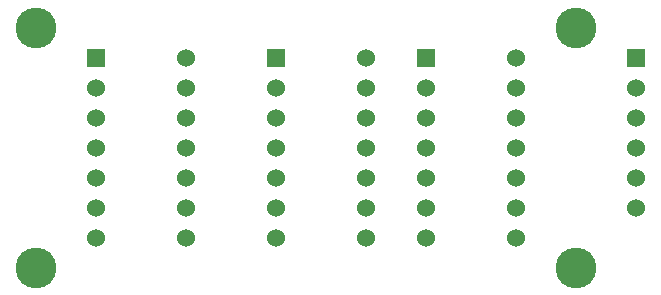
<source format=gbr>
G04 start of page 3 for group 1 idx 1 *
G04 Title: (unknown), ground *
G04 Creator: pcb 20140316 *
G04 CreationDate: Sat 09 Apr 2022 06:06:23 PM GMT UTC *
G04 For: steve *
G04 Format: Gerber/RS-274X *
G04 PCB-Dimensions (mil): 2250.00 1000.00 *
G04 PCB-Coordinate-Origin: lower left *
%MOIN*%
%FSLAX25Y25*%
%LNGROUP1*%
%ADD19C,0.1100*%
%ADD18C,0.1360*%
%ADD17C,0.0600*%
%ADD16C,0.0001*%
G54D16*G36*
X207000Y83000D02*Y77000D01*
X213000D01*
Y83000D01*
X207000D01*
G37*
G54D17*X210000Y70000D03*
Y60000D03*
Y50000D03*
Y40000D03*
Y30000D03*
G54D16*G36*
X27000Y83000D02*Y77000D01*
X33000D01*
Y83000D01*
X27000D01*
G37*
G54D17*X60000Y80000D03*
G54D16*G36*
X87000Y83000D02*Y77000D01*
X93000D01*
Y83000D01*
X87000D01*
G37*
G54D17*X30000Y70000D03*
X60000D03*
X90000D03*
X30000Y60000D03*
X60000D03*
X90000D03*
X30000Y50000D03*
X60000D03*
X30000Y40000D03*
Y30000D03*
Y20000D03*
X60000D03*
Y30000D03*
Y40000D03*
X90000Y50000D03*
Y40000D03*
Y30000D03*
Y20000D03*
X120000D03*
Y30000D03*
Y40000D03*
Y50000D03*
X140000D03*
Y40000D03*
X120000Y60000D03*
X140000D03*
X170000D03*
X120000Y70000D03*
Y80000D03*
G54D16*G36*
X137000Y83000D02*Y77000D01*
X143000D01*
Y83000D01*
X137000D01*
G37*
G54D17*X140000Y70000D03*
X170000D03*
Y80000D03*
X140000Y30000D03*
Y20000D03*
X170000D03*
Y30000D03*
Y40000D03*
Y50000D03*
G54D18*X190000Y90000D03*
Y10000D03*
X10000Y90000D03*
Y10000D03*
G54D19*M02*

</source>
